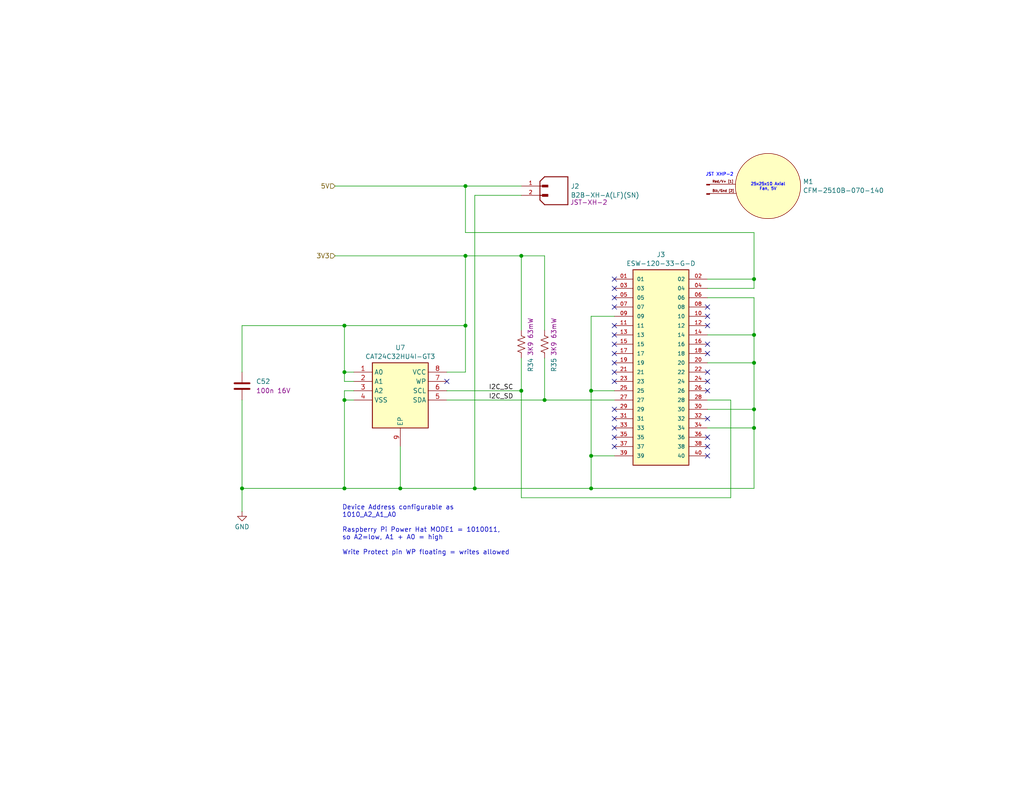
<source format=kicad_sch>
(kicad_sch
	(version 20250114)
	(generator "eeschema")
	(generator_version "9.0")
	(uuid "9ae7a94e-2dc0-47d4-aabd-83cc750c6688")
	(paper "USLetter")
	(title_block
		(title "1026 RPi Power Hat")
		(date "2025-05-18")
		(rev "1.0.0")
		(company "Dan Wilson")
		(comment 1 "Copyright © 2025 Dan Wilson")
		(comment 4 "Fan Header / Fan / GPIO / EEPROM")
	)
	(lib_symbols
		(symbol "DW_Connectors:[J] JST B2B-XH-A(LF)(SN)"
			(pin_names
				(offset 1.016)
				(hide yes)
			)
			(exclude_from_sim no)
			(in_bom yes)
			(on_board yes)
			(property "Reference" "J"
				(at 2.54 8.89 0)
				(effects
					(font
						(size 1.27 1.27)
					)
					(justify left bottom)
				)
			)
			(property "Value" "B2B-XH-A(LF)(SN)"
				(at -3.81 6.35 0)
				(effects
					(font
						(size 1.27 1.27)
					)
					(justify left bottom)
				)
			)
			(property "Footprint" "DW_Connectors:JST_B2B-XH-A(LF)(SN)"
				(at 0 -11.43 0)
				(effects
					(font
						(size 1.27 1.27)
					)
					(justify bottom)
					(hide yes)
				)
			)
			(property "Datasheet" "https://www.jst-mfg.com/product/pdf/eng/eXH.pdf"
				(at 0 -7.62 0)
				(effects
					(font
						(size 1.27 1.27)
					)
					(hide yes)
				)
			)
			(property "Description" "Connector Header Through Hole 2 position 0.098 (2.50mm)"
				(at 0 -13.97 0)
				(effects
					(font
						(size 1.27 1.27)
					)
					(justify bottom)
					(hide yes)
				)
			)
			(property "DigiKey_Part_Number" "455-B2B-XH-A-ND"
				(at 0 -19.05 0)
				(effects
					(font
						(size 1.27 1.27)
					)
					(justify bottom)
					(hide yes)
				)
			)
			(property "Height" "7 mm"
				(at 0 -16.51 0)
				(effects
					(font
						(size 1.27 1.27)
					)
					(justify bottom)
					(hide yes)
				)
			)
			(property "Mouser Part Number" ""
				(at 0 0 0)
				(effects
					(font
						(size 1.27 1.27)
					)
					(hide yes)
				)
			)
			(property "Manufacturer_Name" "JST"
				(at 0 -24.13 0)
				(effects
					(font
						(size 1.27 1.27)
					)
					(hide yes)
				)
			)
			(property "Manufacturer_Part_Number" "B2B-XH-A(LF)(SN)"
				(at 0 -21.59 0)
				(effects
					(font
						(size 1.27 1.27)
					)
					(hide yes)
				)
			)
			(property "ki_keywords" "JST XH B2B"
				(at 0 0 0)
				(effects
					(font
						(size 1.27 1.27)
					)
					(hide yes)
				)
			)
			(symbol "[J] JST B2B-XH-A(LF)(SN)_0_0"
				(polyline
					(pts
						(xy 0 3.81) (xy 0 2.54)
					)
					(stroke
						(width 0.254)
						(type default)
					)
					(fill
						(type none)
					)
				)
				(polyline
					(pts
						(xy 0 3.81) (xy 1.27 5.08)
					)
					(stroke
						(width 0.254)
						(type default)
					)
					(fill
						(type none)
					)
				)
				(polyline
					(pts
						(xy 0 2.54) (xy 0 -1.27)
					)
					(stroke
						(width 0.254)
						(type default)
					)
					(fill
						(type none)
					)
				)
				(polyline
					(pts
						(xy 0 2.54) (xy 1.905 2.54)
					)
					(stroke
						(width 0.254)
						(type default)
					)
					(fill
						(type none)
					)
				)
				(polyline
					(pts
						(xy 0 0) (xy 1.905 0)
					)
					(stroke
						(width 0.254)
						(type default)
					)
					(fill
						(type none)
					)
				)
				(polyline
					(pts
						(xy 0 -1.27) (xy 1.27 -2.54)
					)
					(stroke
						(width 0.254)
						(type default)
					)
					(fill
						(type none)
					)
				)
				(rectangle
					(start 0.635 2.2225)
					(end 2.2225 2.8575)
					(stroke
						(width 0.1)
						(type default)
					)
					(fill
						(type outline)
					)
				)
				(rectangle
					(start 0.635 -0.3175)
					(end 2.2225 0.3175)
					(stroke
						(width 0.1)
						(type default)
					)
					(fill
						(type outline)
					)
				)
				(polyline
					(pts
						(xy 1.27 -2.54) (xy 7.62 -2.54)
					)
					(stroke
						(width 0.254)
						(type default)
					)
					(fill
						(type none)
					)
				)
				(polyline
					(pts
						(xy 7.62 5.08) (xy 1.27 5.08)
					)
					(stroke
						(width 0.254)
						(type default)
					)
					(fill
						(type none)
					)
				)
				(polyline
					(pts
						(xy 7.62 -2.54) (xy 7.62 5.08)
					)
					(stroke
						(width 0.254)
						(type default)
					)
					(fill
						(type none)
					)
				)
				(pin passive line
					(at -5.08 2.54 0)
					(length 5.08)
					(name "1"
						(effects
							(font
								(size 1.016 1.016)
							)
						)
					)
					(number "1"
						(effects
							(font
								(size 1.016 1.016)
							)
						)
					)
				)
				(pin passive line
					(at -5.08 0 0)
					(length 5.08)
					(name "2"
						(effects
							(font
								(size 1.016 1.016)
							)
						)
					)
					(number "2"
						(effects
							(font
								(size 1.016 1.016)
							)
						)
					)
				)
			)
			(embedded_fonts no)
		)
		(symbol "DW_Connectors:[J] Samtec ESW-120-33-G-D"
			(pin_names
				(offset 1.016)
			)
			(exclude_from_sim no)
			(in_bom yes)
			(on_board yes)
			(property "Reference" "J"
				(at -1.27 31.75 0)
				(effects
					(font
						(size 1.27 1.27)
					)
					(justify left bottom)
				)
			)
			(property "Value" "ESW-120-33-G-D"
				(at -8.89 29.21 0)
				(effects
					(font
						(size 1.27 1.27)
					)
					(justify left bottom)
				)
			)
			(property "Footprint" "DW_Connectors:[J] Samtec Elevated Socket Strip ESW-120-33-G-D"
				(at 0 -49.53 0)
				(effects
					(font
						(size 1.27 1.27)
					)
					(justify bottom)
					(hide yes)
				)
			)
			(property "Datasheet" "https://www.mouser.com/datasheet/2/527/esw_th-2854089.pdf"
				(at 0 -30.48 0)
				(effects
					(font
						(size 1.27 1.27)
					)
					(hide yes)
				)
			)
			(property "Description" "Elevated Socket Strip 0.1in 20x2 16.13mmH Gold"
				(at 0 -33.02 0)
				(effects
					(font
						(size 1.27 1.27)
					)
					(hide yes)
				)
			)
			(property "Height" "16.13"
				(at 0 -40.64 0)
				(effects
					(font
						(size 1.27 1.27)
					)
					(hide yes)
				)
			)
			(property "Manufacturer_Name" "Samtec"
				(at 0 -45.72 0)
				(effects
					(font
						(size 1.27 1.27)
					)
					(hide yes)
				)
			)
			(property "Manufacturer_Part_Number" "ESW-120-33-G-D"
				(at 0 -38.1 0)
				(effects
					(font
						(size 1.27 1.27)
					)
					(hide yes)
				)
			)
			(property "Mouser Part Number" "200-ESW12033GD"
				(at 0 -35.56 0)
				(effects
					(font
						(size 1.27 1.27)
					)
					(hide yes)
				)
			)
			(property "Mouser Price/Stock" "https://www.mouser.com/ProductDetail/Samtec/ESW-120-33-G-D?qs=0lQeLiL1qybGjRGIrteP4Q%3D%3D"
				(at 0 -27.94 0)
				(effects
					(font
						(size 1.27 1.27)
					)
					(hide yes)
				)
			)
			(property "Spec" "20x2 0.1\" Header"
				(at 0 -43.18 0)
				(effects
					(font
						(size 1.27 1.27)
					)
					(hide yes)
				)
			)
			(property "ki_keywords" "Elevated Socket Strip 0.1in 20x2 16.13mmH Gold"
				(at 0 0 0)
				(effects
					(font
						(size 1.27 1.27)
					)
					(hide yes)
				)
			)
			(symbol "[J] Samtec ESW-120-33-G-D_0_0"
				(rectangle
					(start -7.62 -25.4)
					(end 7.62 27.94)
					(stroke
						(width 0.254)
						(type default)
					)
					(fill
						(type background)
					)
				)
				(pin passive line
					(at -12.7 25.4 0)
					(length 5.08)
					(name "01"
						(effects
							(font
								(size 1.016 1.016)
							)
						)
					)
					(number "01"
						(effects
							(font
								(size 1.016 1.016)
							)
						)
					)
				)
				(pin passive line
					(at -12.7 22.86 0)
					(length 5.08)
					(name "03"
						(effects
							(font
								(size 1.016 1.016)
							)
						)
					)
					(number "03"
						(effects
							(font
								(size 1.016 1.016)
							)
						)
					)
				)
				(pin passive line
					(at -12.7 20.32 0)
					(length 5.08)
					(name "05"
						(effects
							(font
								(size 1.016 1.016)
							)
						)
					)
					(number "05"
						(effects
							(font
								(size 1.016 1.016)
							)
						)
					)
				)
				(pin passive line
					(at -12.7 17.78 0)
					(length 5.08)
					(name "07"
						(effects
							(font
								(size 1.016 1.016)
							)
						)
					)
					(number "07"
						(effects
							(font
								(size 1.016 1.016)
							)
						)
					)
				)
				(pin passive line
					(at -12.7 15.24 0)
					(length 5.08)
					(name "09"
						(effects
							(font
								(size 1.016 1.016)
							)
						)
					)
					(number "09"
						(effects
							(font
								(size 1.016 1.016)
							)
						)
					)
				)
				(pin passive line
					(at -12.7 12.7 0)
					(length 5.08)
					(name "11"
						(effects
							(font
								(size 1.016 1.016)
							)
						)
					)
					(number "11"
						(effects
							(font
								(size 1.016 1.016)
							)
						)
					)
				)
				(pin passive line
					(at -12.7 10.16 0)
					(length 5.08)
					(name "13"
						(effects
							(font
								(size 1.016 1.016)
							)
						)
					)
					(number "13"
						(effects
							(font
								(size 1.016 1.016)
							)
						)
					)
				)
				(pin passive line
					(at -12.7 7.62 0)
					(length 5.08)
					(name "15"
						(effects
							(font
								(size 1.016 1.016)
							)
						)
					)
					(number "15"
						(effects
							(font
								(size 1.016 1.016)
							)
						)
					)
				)
				(pin passive line
					(at -12.7 5.08 0)
					(length 5.08)
					(name "17"
						(effects
							(font
								(size 1.016 1.016)
							)
						)
					)
					(number "17"
						(effects
							(font
								(size 1.016 1.016)
							)
						)
					)
				)
				(pin passive line
					(at -12.7 2.54 0)
					(length 5.08)
					(name "19"
						(effects
							(font
								(size 1.016 1.016)
							)
						)
					)
					(number "19"
						(effects
							(font
								(size 1.016 1.016)
							)
						)
					)
				)
				(pin passive line
					(at -12.7 0 0)
					(length 5.08)
					(name "21"
						(effects
							(font
								(size 1.016 1.016)
							)
						)
					)
					(number "21"
						(effects
							(font
								(size 1.016 1.016)
							)
						)
					)
				)
				(pin passive line
					(at -12.7 -2.54 0)
					(length 5.08)
					(name "23"
						(effects
							(font
								(size 1.016 1.016)
							)
						)
					)
					(number "23"
						(effects
							(font
								(size 1.016 1.016)
							)
						)
					)
				)
				(pin passive line
					(at -12.7 -5.08 0)
					(length 5.08)
					(name "25"
						(effects
							(font
								(size 1.016 1.016)
							)
						)
					)
					(number "25"
						(effects
							(font
								(size 1.016 1.016)
							)
						)
					)
				)
				(pin passive line
					(at -12.7 -7.62 0)
					(length 5.08)
					(name "27"
						(effects
							(font
								(size 1.016 1.016)
							)
						)
					)
					(number "27"
						(effects
							(font
								(size 1.016 1.016)
							)
						)
					)
				)
				(pin passive line
					(at -12.7 -10.16 0)
					(length 5.08)
					(name "29"
						(effects
							(font
								(size 1.016 1.016)
							)
						)
					)
					(number "29"
						(effects
							(font
								(size 1.016 1.016)
							)
						)
					)
				)
				(pin passive line
					(at -12.7 -12.7 0)
					(length 5.08)
					(name "31"
						(effects
							(font
								(size 1.016 1.016)
							)
						)
					)
					(number "31"
						(effects
							(font
								(size 1.016 1.016)
							)
						)
					)
				)
				(pin passive line
					(at -12.7 -15.24 0)
					(length 5.08)
					(name "33"
						(effects
							(font
								(size 1.016 1.016)
							)
						)
					)
					(number "33"
						(effects
							(font
								(size 1.016 1.016)
							)
						)
					)
				)
				(pin passive line
					(at -12.7 -17.78 0)
					(length 5.08)
					(name "35"
						(effects
							(font
								(size 1.016 1.016)
							)
						)
					)
					(number "35"
						(effects
							(font
								(size 1.016 1.016)
							)
						)
					)
				)
				(pin passive line
					(at -12.7 -20.32 0)
					(length 5.08)
					(name "37"
						(effects
							(font
								(size 1.016 1.016)
							)
						)
					)
					(number "37"
						(effects
							(font
								(size 1.016 1.016)
							)
						)
					)
				)
				(pin passive line
					(at -12.7 -22.86 0)
					(length 5.08)
					(name "39"
						(effects
							(font
								(size 1.016 1.016)
							)
						)
					)
					(number "39"
						(effects
							(font
								(size 1.016 1.016)
							)
						)
					)
				)
				(pin passive line
					(at 12.7 25.4 180)
					(length 5.08)
					(name "02"
						(effects
							(font
								(size 1.016 1.016)
							)
						)
					)
					(number "02"
						(effects
							(font
								(size 1.016 1.016)
							)
						)
					)
				)
				(pin passive line
					(at 12.7 22.86 180)
					(length 5.08)
					(name "04"
						(effects
							(font
								(size 1.016 1.016)
							)
						)
					)
					(number "04"
						(effects
							(font
								(size 1.016 1.016)
							)
						)
					)
				)
				(pin passive line
					(at 12.7 20.32 180)
					(length 5.08)
					(name "06"
						(effects
							(font
								(size 1.016 1.016)
							)
						)
					)
					(number "06"
						(effects
							(font
								(size 1.016 1.016)
							)
						)
					)
				)
				(pin passive line
					(at 12.7 17.78 180)
					(length 5.08)
					(name "08"
						(effects
							(font
								(size 1.016 1.016)
							)
						)
					)
					(number "08"
						(effects
							(font
								(size 1.016 1.016)
							)
						)
					)
				)
				(pin passive line
					(at 12.7 15.24 180)
					(length 5.08)
					(name "10"
						(effects
							(font
								(size 1.016 1.016)
							)
						)
					)
					(number "10"
						(effects
							(font
								(size 1.016 1.016)
							)
						)
					)
				)
				(pin passive line
					(at 12.7 12.7 180)
					(length 5.08)
					(name "12"
						(effects
							(font
								(size 1.016 1.016)
							)
						)
					)
					(number "12"
						(effects
							(font
								(size 1.016 1.016)
							)
						)
					)
				)
				(pin passive line
					(at 12.7 10.16 180)
					(length 5.08)
					(name "14"
						(effects
							(font
								(size 1.016 1.016)
							)
						)
					)
					(number "14"
						(effects
							(font
								(size 1.016 1.016)
							)
						)
					)
				)
				(pin passive line
					(at 12.7 7.62 180)
					(length 5.08)
					(name "16"
						(effects
							(font
								(size 1.016 1.016)
							)
						)
					)
					(number "16"
						(effects
							(font
								(size 1.016 1.016)
							)
						)
					)
				)
				(pin passive line
					(at 12.7 5.08 180)
					(length 5.08)
					(name "18"
						(effects
							(font
								(size 1.016 1.016)
							)
						)
					)
					(number "18"
						(effects
							(font
								(size 1.016 1.016)
							)
						)
					)
				)
				(pin passive line
					(at 12.7 2.54 180)
					(length 5.08)
					(name "20"
						(effects
							(font
								(size 1.016 1.016)
							)
						)
					)
					(number "20"
						(effects
							(font
								(size 1.016 1.016)
							)
						)
					)
				)
				(pin passive line
					(at 12.7 0 180)
					(length 5.08)
					(name "22"
						(effects
							(font
								(size 1.016 1.016)
							)
						)
					)
					(number "22"
						(effects
							(font
								(size 1.016 1.016)
							)
						)
					)
				)
				(pin passive line
					(at 12.7 -2.54 180)
					(length 5.08)
					(name "24"
						(effects
							(font
								(size 1.016 1.016)
							)
						)
					)
					(number "24"
						(effects
							(font
								(size 1.016 1.016)
							)
						)
					)
				)
				(pin passive line
					(at 12.7 -5.08 180)
					(length 5.08)
					(name "26"
						(effects
							(font
								(size 1.016 1.016)
							)
						)
					)
					(number "26"
						(effects
							(font
								(size 1.016 1.016)
							)
						)
					)
				)
				(pin passive line
					(at 12.7 -7.62 180)
					(length 5.08)
					(name "28"
						(effects
							(font
								(size 1.016 1.016)
							)
						)
					)
					(number "28"
						(effects
							(font
								(size 1.016 1.016)
							)
						)
					)
				)
				(pin passive line
					(at 12.7 -10.16 180)
					(length 5.08)
					(name "30"
						(effects
							(font
								(size 1.016 1.016)
							)
						)
					)
					(number "30"
						(effects
							(font
								(size 1.016 1.016)
							)
						)
					)
				)
				(pin passive line
					(at 12.7 -12.7 180)
					(length 5.08)
					(name "32"
						(effects
							(font
								(size 1.016 1.016)
							)
						)
					)
					(number "32"
						(effects
							(font
								(size 1.016 1.016)
							)
						)
					)
				)
				(pin passive line
					(at 12.7 -15.24 180)
					(length 5.08)
					(name "34"
						(effects
							(font
								(size 1.016 1.016)
							)
						)
					)
					(number "34"
						(effects
							(font
								(size 1.016 1.016)
							)
						)
					)
				)
				(pin passive line
					(at 12.7 -17.78 180)
					(length 5.08)
					(name "36"
						(effects
							(font
								(size 1.016 1.016)
							)
						)
					)
					(number "36"
						(effects
							(font
								(size 1.016 1.016)
							)
						)
					)
				)
				(pin passive line
					(at 12.7 -20.32 180)
					(length 5.08)
					(name "38"
						(effects
							(font
								(size 1.016 1.016)
							)
						)
					)
					(number "38"
						(effects
							(font
								(size 1.016 1.016)
							)
						)
					)
				)
				(pin passive line
					(at 12.7 -22.86 180)
					(length 5.08)
					(name "40"
						(effects
							(font
								(size 1.016 1.016)
							)
						)
					)
					(number "40"
						(effects
							(font
								(size 1.016 1.016)
							)
						)
					)
				)
			)
			(embedded_fonts no)
		)
		(symbol "DW_Mechanical:[Fan] SameSky CFM-2510B-070-140"
			(exclude_from_sim no)
			(in_bom yes)
			(on_board yes)
			(property "Reference" "M"
				(at 0 12.7 0)
				(effects
					(font
						(size 1.27 1.27)
					)
				)
			)
			(property "Value" "CFM-2510B-070-140"
				(at 0 10.16 0)
				(effects
					(font
						(size 1.27 1.27)
					)
				)
			)
			(property "Footprint" "DW_Mechanical:[Fan] SameSky CFM-2510B-070-140"
				(at 0 -29.21 0)
				(effects
					(font
						(size 1.27 1.27)
					)
					(hide yes)
				)
			)
			(property "Datasheet" "https://www.sameskydevices.com/product/resource/cfm-25b.pdf"
				(at 0 -11.43 0)
				(effects
					(font
						(size 1.27 1.27)
					)
					(hide yes)
				)
			)
			(property "Description" "DC Fans dc axial fan, 25 mm square, 10 mm, 5 Vdc, omniCOOL, 5000 RPM, 1.35 CFM"
				(at 0 -24.13 0)
				(effects
					(font
						(size 1.27 1.27)
					)
					(hide yes)
				)
			)
			(property "Height" "10"
				(at 0 -13.97 0)
				(effects
					(font
						(size 1.27 1.27)
					)
					(hide yes)
				)
			)
			(property "Manufacturer_Name" "Same Sky"
				(at 0 -16.51 0)
				(effects
					(font
						(size 1.27 1.27)
					)
					(hide yes)
				)
			)
			(property "Manufacturer_Part_Number" "CFM-2510B-070-140"
				(at 0 -26.67 0)
				(effects
					(font
						(size 1.27 1.27)
					)
					(hide yes)
				)
			)
			(property "Mouser Part Number" "490-CFM2510B-070-140"
				(at 0 -21.59 0)
				(effects
					(font
						(size 1.27 1.27)
					)
					(hide yes)
				)
			)
			(property "Mouser Price/Stock" "https://www.mouser.com/ProductDetail/Same-Sky/CFM-2510B-070-140?qs=GedFDFLaBXHD1VXBjs5CMA%3D%3D"
				(at 0 -19.05 0)
				(effects
					(font
						(size 1.27 1.27)
					)
					(hide yes)
				)
			)
			(property "ki_keywords" "DC Fans dc axial fan, 25 mm square, 7 mm, 5 Vdc, omniCOOL, 5000 RPM, 1.10 CFM"
				(at 0 0 0)
				(effects
					(font
						(size 1.27 1.27)
					)
					(hide yes)
				)
			)
			(symbol "[Fan] SameSky CFM-2510B-070-140_0_1"
				(polyline
					(pts
						(xy -16.002 0.508) (xy -8.89 0.508)
					)
					(stroke
						(width 0)
						(type default)
					)
					(fill
						(type none)
					)
				)
				(polyline
					(pts
						(xy -16.002 -2.032) (xy -8.636 -2.032)
					)
					(stroke
						(width 0)
						(type default)
					)
					(fill
						(type none)
					)
				)
			)
			(symbol "[Fan] SameSky CFM-2510B-070-140_1_1"
				(rectangle
					(start -16.764 0.508)
					(end -15.9004 0.254)
					(stroke
						(width 0.1524)
						(type default)
					)
					(fill
						(type outline)
					)
				)
				(rectangle
					(start -15.9004 -2.032)
					(end -16.764 -2.286)
					(stroke
						(width 0.1524)
						(type default)
					)
					(fill
						(type outline)
					)
				)
				(circle
					(center 0 0)
					(radius 8.89)
					(stroke
						(width 0)
						(type default)
					)
					(fill
						(type background)
					)
				)
				(text "Red/V+ [1]"
					(at -15.24 1.27 0)
					(effects
						(font
							(size 0.635 0.635)
						)
						(justify left)
					)
				)
				(text "Blk/Gnd [2]"
					(at -15.24 -1.27 0)
					(effects
						(font
							(size 0.635 0.635)
						)
						(justify left)
					)
				)
				(text "JST XHP-2"
					(at -13.208 3.302 0)
					(effects
						(font
							(size 0.889 0.889)
							(color 0 0 255 1)
						)
					)
				)
				(text "25x25x10 Axial\nFan, 5V"
					(at 0 0 0)
					(effects
						(font
							(size 0.8 0.8)
							(color 0 0 255 1)
						)
					)
				)
			)
			(embedded_fonts no)
		)
		(symbol "DW_Semiconductors:[U] OnSemi Serial EEPROM 4KB CAT24C32HU4I-GT3"
			(exclude_from_sim no)
			(in_bom yes)
			(on_board yes)
			(property "Reference" "U"
				(at 10.795 7.62 0)
				(effects
					(font
						(size 1.27 1.27)
					)
					(justify left top)
				)
			)
			(property "Value" "CAT24C32HU4I-GT3"
				(at 2.54 5.08 0)
				(effects
					(font
						(size 1.27 1.27)
					)
					(justify left top)
				)
			)
			(property "Footprint" "DW_Semiconductors:[U] OnSemi Serial EEPROM 4KB CAT24C32HU4I-GT3"
				(at 21.59 -94.92 0)
				(effects
					(font
						(size 1.27 1.27)
					)
					(justify left top)
					(hide yes)
				)
			)
			(property "Datasheet" "https://www.onsemi.com/download/data-sheet/pdf/cat24c32-d.pdf"
				(at 21.59 -194.92 0)
				(effects
					(font
						(size 1.27 1.27)
					)
					(justify left top)
					(hide yes)
				)
			)
			(property "Description" "Supports Standard, Fast and Fast-Plus I2C Protocol; 1.7 V to 5.5 V Supply Voltage Range; 32-Byte Page Write Buffer; Hardware Write Protection for entire memory; Schmitt Triggers and Noise Suppression Filters on IC Bus Inputs (SCL and SDA); Low power CMOS technology; 1,000,000 program/erase cycles; 100 year data retention; 8-lead SOIC and TSSOP, WLCSP 4 and 5-ball and 8-pad UDFN packages; Industrial temperature range; This Device is PbFree, Halogen Free/BFR Free, and RoHS Compliant"
				(at 12.7 -29.845 0)
				(effects
					(font
						(size 1.27 1.27)
					)
					(hide yes)
				)
			)
			(property "Height" "0.55"
				(at 21.59 -394.92 0)
				(effects
					(font
						(size 1.27 1.27)
					)
					(justify left top)
					(hide yes)
				)
			)
			(property "Mouser Part Number" "863-CAT24C32HU4I-GT3"
				(at 21.59 -494.92 0)
				(effects
					(font
						(size 1.27 1.27)
					)
					(justify left top)
					(hide yes)
				)
			)
			(property "Mouser Price/Stock" "https://www.mouser.com/ProductDetail/onsemi/CAT24C32HU4I-GT3?qs=2mdvTlUeTfA3f6AaECTBOg%3D%3D"
				(at 21.59 -594.92 0)
				(effects
					(font
						(size 1.27 1.27)
					)
					(justify left top)
					(hide yes)
				)
			)
			(property "Manufacturer_Name" "OnSemi"
				(at 21.59 -694.92 0)
				(effects
					(font
						(size 1.27 1.27)
					)
					(justify left top)
					(hide yes)
				)
			)
			(property "Manufacturer_Part_Number" "CAT24C32HU4I-GT3"
				(at 21.59 -794.92 0)
				(effects
					(font
						(size 1.27 1.27)
					)
					(justify left top)
					(hide yes)
				)
			)
			(property "Spec" ""
				(at 0 0 0)
				(effects
					(font
						(size 1.27 1.27)
					)
					(hide yes)
				)
			)
			(property "ki_keywords" "Supports Standard, Fast and Fast-Plus I2C Protocol; 1.7 V to 5.5 V Supply Voltage Range; 32-Byte Page Write Buffer; Hardware Write Protection for entire memory; Schmitt Triggers and Noise Suppression Filters on IC Bus Inputs (SCL and SDA); Low power CMOS technology; 1,000,000 program/erase cycles; 100 year data retention; 8-lead SOIC and TSSOP, WLCSP 4 and 5-ball and 8-pad UDFN packages; Industrial temperature range; This Device is PbFree, Halogen Free/BFR Free, and RoHS Compliant"
				(at 0 0 0)
				(effects
					(font
						(size 1.27 1.27)
					)
					(hide yes)
				)
			)
			(symbol "[U] OnSemi Serial EEPROM 4KB CAT24C32HU4I-GT3_1_1"
				(rectangle
					(start 5.08 2.54)
					(end 20.32 -15.24)
					(stroke
						(width 0.254)
						(type default)
					)
					(fill
						(type background)
					)
				)
				(pin passive line
					(at 0 0 0)
					(length 5.08)
					(name "A0"
						(effects
							(font
								(size 1.27 1.27)
							)
						)
					)
					(number "1"
						(effects
							(font
								(size 1.27 1.27)
							)
						)
					)
				)
				(pin passive line
					(at 0 -2.54 0)
					(length 5.08)
					(name "A1"
						(effects
							(font
								(size 1.27 1.27)
							)
						)
					)
					(number "2"
						(effects
							(font
								(size 1.27 1.27)
							)
						)
					)
				)
				(pin passive line
					(at 0 -5.08 0)
					(length 5.08)
					(name "A2"
						(effects
							(font
								(size 1.27 1.27)
							)
						)
					)
					(number "3"
						(effects
							(font
								(size 1.27 1.27)
							)
						)
					)
				)
				(pin passive line
					(at 0 -7.62 0)
					(length 5.08)
					(name "VSS"
						(effects
							(font
								(size 1.27 1.27)
							)
						)
					)
					(number "4"
						(effects
							(font
								(size 1.27 1.27)
							)
						)
					)
				)
				(pin passive line
					(at 12.7 -20.32 90)
					(length 5.08)
					(name "EP"
						(effects
							(font
								(size 1.27 1.27)
							)
						)
					)
					(number "9"
						(effects
							(font
								(size 1.27 1.27)
							)
						)
					)
				)
				(pin passive line
					(at 25.4 0 180)
					(length 5.08)
					(name "VCC"
						(effects
							(font
								(size 1.27 1.27)
							)
						)
					)
					(number "8"
						(effects
							(font
								(size 1.27 1.27)
							)
						)
					)
				)
				(pin passive line
					(at 25.4 -2.54 180)
					(length 5.08)
					(name "WP"
						(effects
							(font
								(size 1.27 1.27)
							)
						)
					)
					(number "7"
						(effects
							(font
								(size 1.27 1.27)
							)
						)
					)
				)
				(pin passive line
					(at 25.4 -5.08 180)
					(length 5.08)
					(name "SCL"
						(effects
							(font
								(size 1.27 1.27)
							)
						)
					)
					(number "6"
						(effects
							(font
								(size 1.27 1.27)
							)
						)
					)
				)
				(pin passive line
					(at 25.4 -7.62 180)
					(length 5.08)
					(name "SDA"
						(effects
							(font
								(size 1.27 1.27)
							)
						)
					)
					(number "5"
						(effects
							(font
								(size 1.27 1.27)
							)
						)
					)
				)
			)
			(embedded_fonts no)
		)
		(symbol "Device:C"
			(pin_numbers
				(hide yes)
			)
			(pin_names
				(offset 0.254)
			)
			(exclude_from_sim no)
			(in_bom yes)
			(on_board yes)
			(property "Reference" "C"
				(at 0.635 2.54 0)
				(effects
					(font
						(size 1.27 1.27)
					)
					(justify left)
				)
			)
			(property "Value" "C"
				(at 0.635 -2.54 0)
				(effects
					(font
						(size 1.27 1.27)
					)
					(justify left)
				)
			)
			(property "Footprint" ""
				(at 0.9652 -3.81 0)
				(effects
					(font
						(size 1.27 1.27)
					)
					(hide yes)
				)
			)
			(property "Datasheet" "~"
				(at 0 0 0)
				(effects
					(font
						(size 1.27 1.27)
					)
					(hide yes)
				)
			)
			(property "Description" "Unpolarized capacitor"
				(at 0 0 0)
				(effects
					(font
						(size 1.27 1.27)
					)
					(hide yes)
				)
			)
			(property "ki_keywords" "cap capacitor"
				(at 0 0 0)
				(effects
					(font
						(size 1.27 1.27)
					)
					(hide yes)
				)
			)
			(property "ki_fp_filters" "C_*"
				(at 0 0 0)
				(effects
					(font
						(size 1.27 1.27)
					)
					(hide yes)
				)
			)
			(symbol "C_0_1"
				(polyline
					(pts
						(xy -2.032 0.762) (xy 2.032 0.762)
					)
					(stroke
						(width 0.508)
						(type default)
					)
					(fill
						(type none)
					)
				)
				(polyline
					(pts
						(xy -2.032 -0.762) (xy 2.032 -0.762)
					)
					(stroke
						(width 0.508)
						(type default)
					)
					(fill
						(type none)
					)
				)
			)
			(symbol "C_1_1"
				(pin passive line
					(at 0 3.81 270)
					(length 2.794)
					(name "~"
						(effects
							(font
								(size 1.27 1.27)
							)
						)
					)
					(number "1"
						(effects
							(font
								(size 1.27 1.27)
							)
						)
					)
				)
				(pin passive line
					(at 0 -3.81 90)
					(length 2.794)
					(name "~"
						(effects
							(font
								(size 1.27 1.27)
							)
						)
					)
					(number "2"
						(effects
							(font
								(size 1.27 1.27)
							)
						)
					)
				)
			)
			(embedded_fonts no)
		)
		(symbol "Device:R_US"
			(pin_numbers
				(hide yes)
			)
			(pin_names
				(offset 0)
			)
			(exclude_from_sim no)
			(in_bom yes)
			(on_board yes)
			(property "Reference" "R"
				(at 2.54 0 90)
				(effects
					(font
						(size 1.27 1.27)
					)
				)
			)
			(property "Value" "R_US"
				(at -2.54 0 90)
				(effects
					(font
						(size 1.27 1.27)
					)
				)
			)
			(property "Footprint" ""
				(at 1.016 -0.254 90)
				(effects
					(font
						(size 1.27 1.27)
					)
					(hide yes)
				)
			)
			(property "Datasheet" "~"
				(at 0 0 0)
				(effects
					(font
						(size 1.27 1.27)
					)
					(hide yes)
				)
			)
			(property "Description" "Resistor, US symbol"
				(at 0 0 0)
				(effects
					(font
						(size 1.27 1.27)
					)
					(hide yes)
				)
			)
			(property "ki_keywords" "R res resistor"
				(at 0 0 0)
				(effects
					(font
						(size 1.27 1.27)
					)
					(hide yes)
				)
			)
			(property "ki_fp_filters" "R_*"
				(at 0 0 0)
				(effects
					(font
						(size 1.27 1.27)
					)
					(hide yes)
				)
			)
			(symbol "R_US_0_1"
				(polyline
					(pts
						(xy 0 2.286) (xy 0 2.54)
					)
					(stroke
						(width 0)
						(type default)
					)
					(fill
						(type none)
					)
				)
				(polyline
					(pts
						(xy 0 2.286) (xy 1.016 1.905) (xy 0 1.524) (xy -1.016 1.143) (xy 0 0.762)
					)
					(stroke
						(width 0)
						(type default)
					)
					(fill
						(type none)
					)
				)
				(polyline
					(pts
						(xy 0 0.762) (xy 1.016 0.381) (xy 0 0) (xy -1.016 -0.381) (xy 0 -0.762)
					)
					(stroke
						(width 0)
						(type default)
					)
					(fill
						(type none)
					)
				)
				(polyline
					(pts
						(xy 0 -0.762) (xy 1.016 -1.143) (xy 0 -1.524) (xy -1.016 -1.905) (xy 0 -2.286)
					)
					(stroke
						(width 0)
						(type default)
					)
					(fill
						(type none)
					)
				)
				(polyline
					(pts
						(xy 0 -2.286) (xy 0 -2.54)
					)
					(stroke
						(width 0)
						(type default)
					)
					(fill
						(type none)
					)
				)
			)
			(symbol "R_US_1_1"
				(pin passive line
					(at 0 3.81 270)
					(length 1.27)
					(name "~"
						(effects
							(font
								(size 1.27 1.27)
							)
						)
					)
					(number "1"
						(effects
							(font
								(size 1.27 1.27)
							)
						)
					)
				)
				(pin passive line
					(at 0 -3.81 90)
					(length 1.27)
					(name "~"
						(effects
							(font
								(size 1.27 1.27)
							)
						)
					)
					(number "2"
						(effects
							(font
								(size 1.27 1.27)
							)
						)
					)
				)
			)
			(embedded_fonts no)
		)
		(symbol "power:GND"
			(power)
			(pin_numbers
				(hide yes)
			)
			(pin_names
				(offset 0)
				(hide yes)
			)
			(exclude_from_sim no)
			(in_bom yes)
			(on_board yes)
			(property "Reference" "#PWR"
				(at 0 -6.35 0)
				(effects
					(font
						(size 1.27 1.27)
					)
					(hide yes)
				)
			)
			(property "Value" "GND"
				(at 0 -3.81 0)
				(effects
					(font
						(size 1.27 1.27)
					)
				)
			)
			(property "Footprint" ""
				(at 0 0 0)
				(effects
					(font
						(size 1.27 1.27)
					)
					(hide yes)
				)
			)
			(property "Datasheet" ""
				(at 0 0 0)
				(effects
					(font
						(size 1.27 1.27)
					)
					(hide yes)
				)
			)
			(property "Description" "Power symbol creates a global label with name \"GND\" , ground"
				(at 0 0 0)
				(effects
					(font
						(size 1.27 1.27)
					)
					(hide yes)
				)
			)
			(property "ki_keywords" "global power"
				(at 0 0 0)
				(effects
					(font
						(size 1.27 1.27)
					)
					(hide yes)
				)
			)
			(symbol "GND_0_1"
				(polyline
					(pts
						(xy 0 0) (xy 0 -1.27) (xy 1.27 -1.27) (xy 0 -2.54) (xy -1.27 -1.27) (xy 0 -1.27)
					)
					(stroke
						(width 0)
						(type default)
					)
					(fill
						(type none)
					)
				)
			)
			(symbol "GND_1_1"
				(pin power_in line
					(at 0 0 270)
					(length 0)
					(name "~"
						(effects
							(font
								(size 1.27 1.27)
							)
						)
					)
					(number "1"
						(effects
							(font
								(size 1.27 1.27)
							)
						)
					)
				)
			)
			(embedded_fonts no)
		)
	)
	(text "Device Address configurable as\n1010_A2_A1_A0\n\nRaspberry Pi Power Hat MODE1 = 1010011,\nso A2=low, A1 + A0 = high\n\nWrite Protect pin WP floating = writes allowed"
		(exclude_from_sim no)
		(at 93.345 144.78 0)
		(effects
			(font
				(size 1.27 1.27)
			)
			(justify left)
		)
		(uuid "6a693956-76c2-4e82-ab7c-5acd7ba34667")
	)
	(junction
		(at 127 88.9)
		(diameter 0)
		(color 0 0 0 0)
		(uuid "0cac941d-66bb-487c-8670-e20fa7fc5b8b")
	)
	(junction
		(at 93.98 88.9)
		(diameter 0)
		(color 0 0 0 0)
		(uuid "0ec824b3-19fc-4c21-9a4c-980de33f973f")
	)
	(junction
		(at 205.74 111.76)
		(diameter 0)
		(color 0 0 0 0)
		(uuid "13371b96-86a4-472c-9108-09a80fe30864")
	)
	(junction
		(at 161.29 124.46)
		(diameter 0)
		(color 0 0 0 0)
		(uuid "14a2c480-b0d6-4f9c-b404-477d047ba0fb")
	)
	(junction
		(at 66.04 133.35)
		(diameter 0)
		(color 0 0 0 0)
		(uuid "26797c31-e6d7-4d85-b5c9-0b4c4d36325e")
	)
	(junction
		(at 127 69.85)
		(diameter 0)
		(color 0 0 0 0)
		(uuid "267ef0b1-1708-48ac-9f03-4ce46133c6d0")
	)
	(junction
		(at 161.29 133.35)
		(diameter 0)
		(color 0 0 0 0)
		(uuid "2b33488f-af4b-4643-8d90-213d81543c94")
	)
	(junction
		(at 109.22 133.35)
		(diameter 0)
		(color 0 0 0 0)
		(uuid "3193ac8c-51b1-4652-a9a3-130a7033f475")
	)
	(junction
		(at 93.98 101.6)
		(diameter 0)
		(color 0 0 0 0)
		(uuid "413e6776-b35d-486a-800d-83d8749b6a9f")
	)
	(junction
		(at 148.59 109.22)
		(diameter 0)
		(color 0 0 0 0)
		(uuid "69969d21-6c9b-4d4d-b749-7be49e28ac19")
	)
	(junction
		(at 93.98 133.35)
		(diameter 0)
		(color 0 0 0 0)
		(uuid "6eb4c36c-4898-473f-a3f2-1d84006848b4")
	)
	(junction
		(at 142.24 106.68)
		(diameter 0)
		(color 0 0 0 0)
		(uuid "6f1f393b-2e06-49d7-a8a9-c162b7c545e5")
	)
	(junction
		(at 129.54 133.35)
		(diameter 0)
		(color 0 0 0 0)
		(uuid "805672ff-e7ef-4a5a-864e-7b3c3efc1312")
	)
	(junction
		(at 142.24 69.85)
		(diameter 0)
		(color 0 0 0 0)
		(uuid "a71fde42-0551-4c2c-8f78-de8ee0112fd1")
	)
	(junction
		(at 205.74 91.44)
		(diameter 0)
		(color 0 0 0 0)
		(uuid "d2076492-fada-415e-b5e4-8b1c59f1e96f")
	)
	(junction
		(at 127 50.8)
		(diameter 0)
		(color 0 0 0 0)
		(uuid "d54bbdaa-b189-459e-8902-381c5688d632")
	)
	(junction
		(at 205.74 76.2)
		(diameter 0)
		(color 0 0 0 0)
		(uuid "d7e494cc-3d4b-4718-bfd2-6bf584b84af9")
	)
	(junction
		(at 161.29 106.68)
		(diameter 0)
		(color 0 0 0 0)
		(uuid "d8484e06-f68b-4595-be1b-a297d4f50fbe")
	)
	(junction
		(at 205.74 116.84)
		(diameter 0)
		(color 0 0 0 0)
		(uuid "d94c3a04-d3be-4c36-ba93-6f14d09b137e")
	)
	(junction
		(at 205.74 99.06)
		(diameter 0)
		(color 0 0 0 0)
		(uuid "e15047bb-f8eb-4516-a45b-631e2bf2528c")
	)
	(junction
		(at 93.98 109.22)
		(diameter 0)
		(color 0 0 0 0)
		(uuid "ecfa6227-e724-4477-aab5-cc36a2a66501")
	)
	(no_connect
		(at 167.64 78.74)
		(uuid "0f76f6f9-88b3-4848-b303-222c962adc40")
	)
	(no_connect
		(at 193.04 83.82)
		(uuid "1e9f3b40-dbae-43ea-ac8f-656e1b20676e")
	)
	(no_connect
		(at 193.04 121.92)
		(uuid "2fdd1576-3dee-4f2f-ac2c-1568363e5108")
	)
	(no_connect
		(at 167.64 88.9)
		(uuid "32ac2b04-8873-4153-968f-6dea9c521025")
	)
	(no_connect
		(at 167.64 119.38)
		(uuid "340fd9b0-3e1a-47ba-b9df-235aa7c6ee23")
	)
	(no_connect
		(at 167.64 96.52)
		(uuid "36c5ddc6-8762-4f64-a256-cfd3f445f740")
	)
	(no_connect
		(at 193.04 119.38)
		(uuid "41513fb9-6214-4482-ba40-779b3c678f55")
	)
	(no_connect
		(at 193.04 86.36)
		(uuid "5a663b6d-f6e5-4efd-9133-a6886f33887b")
	)
	(no_connect
		(at 167.64 104.14)
		(uuid "5b770817-f1be-4cf9-9403-432180eacc7b")
	)
	(no_connect
		(at 193.04 96.52)
		(uuid "8438b187-f664-471a-b004-c55991faa8b0")
	)
	(no_connect
		(at 167.64 101.6)
		(uuid "86074482-9ced-43be-ad81-62623c25b227")
	)
	(no_connect
		(at 167.64 116.84)
		(uuid "925c579a-c5f1-46d9-a710-d4797a701142")
	)
	(no_connect
		(at 193.04 114.3)
		(uuid "992c3456-705f-414f-991f-577d04332f61")
	)
	(no_connect
		(at 193.04 101.6)
		(uuid "9f621517-19f0-4895-8d17-1d1214a729c0")
	)
	(no_connect
		(at 193.04 124.46)
		(uuid "a33681d9-2687-4cbb-a03f-5b884a631276")
	)
	(no_connect
		(at 193.04 88.9)
		(uuid "ad74261c-63f2-40fd-937f-c2225240eb60")
	)
	(no_connect
		(at 167.64 76.2)
		(uuid "b5f64a5a-3c1f-4bd0-a784-fc88da82ccbf")
	)
	(no_connect
		(at 167.64 81.28)
		(uuid "b7202e44-a7c1-4b87-94ac-4ded693b8471")
	)
	(no_connect
		(at 167.64 99.06)
		(uuid "bd09625b-0a18-43b8-892b-b7b6b0ad0542")
	)
	(no_connect
		(at 121.92 104.14)
		(uuid "c3d89554-8bf7-4179-9f50-0f9127f9c9ae")
	)
	(no_connect
		(at 193.04 93.98)
		(uuid "c3f2000f-e0c8-4526-b986-978bf29bdf43")
	)
	(no_connect
		(at 193.04 106.68)
		(uuid "cc714fd1-072c-4ceb-979e-51ba6b23514a")
	)
	(no_connect
		(at 167.64 111.76)
		(uuid "cf239f03-3f2f-48d5-86e5-89fcbd809bf0")
	)
	(no_connect
		(at 167.64 121.92)
		(uuid "d1c7d8ff-0d80-47cd-83d5-c23eef6c96fb")
	)
	(no_connect
		(at 167.64 114.3)
		(uuid "e1ab2c34-5b96-4dd5-9821-8eb77eeead5f")
	)
	(no_connect
		(at 167.64 93.98)
		(uuid "e600fe0e-f923-4ae2-9a2a-c627b92f925c")
	)
	(no_connect
		(at 167.64 91.44)
		(uuid "eb16c21d-5cde-4c74-8f55-bddc6e3b0cc8")
	)
	(no_connect
		(at 167.64 83.82)
		(uuid "fb7fabc0-0aeb-45aa-b3a0-2482082c33c7")
	)
	(no_connect
		(at 193.04 104.14)
		(uuid "fcecc852-b1e7-4cff-b56b-ff8c6aca2425")
	)
	(wire
		(pts
			(xy 148.59 69.85) (xy 148.59 90.17)
		)
		(stroke
			(width 0)
			(type default)
		)
		(uuid "029d65dd-9982-4a26-a422-032f4d85817d")
	)
	(wire
		(pts
			(xy 205.74 81.28) (xy 193.04 81.28)
		)
		(stroke
			(width 0)
			(type default)
		)
		(uuid "0f76b50d-6738-41b5-b3f4-913f56ffb335")
	)
	(wire
		(pts
			(xy 96.52 106.68) (xy 93.98 106.68)
		)
		(stroke
			(width 0)
			(type default)
		)
		(uuid "100e8d80-248a-4c3f-b406-29902551d042")
	)
	(wire
		(pts
			(xy 205.74 133.35) (xy 205.74 116.84)
		)
		(stroke
			(width 0)
			(type default)
		)
		(uuid "13f69399-5cca-4f26-b66d-955f8085dfff")
	)
	(wire
		(pts
			(xy 91.44 69.85) (xy 127 69.85)
		)
		(stroke
			(width 0)
			(type default)
		)
		(uuid "167474ed-00d1-44fb-a089-53849e4f48bc")
	)
	(wire
		(pts
			(xy 205.74 91.44) (xy 205.74 81.28)
		)
		(stroke
			(width 0)
			(type default)
		)
		(uuid "16eb1a82-a4fe-400a-a1d3-64b842c22eef")
	)
	(wire
		(pts
			(xy 161.29 86.36) (xy 161.29 106.68)
		)
		(stroke
			(width 0)
			(type default)
		)
		(uuid "1ca735a8-4466-49ba-a594-aaf770a52ed1")
	)
	(wire
		(pts
			(xy 148.59 97.79) (xy 148.59 109.22)
		)
		(stroke
			(width 0)
			(type default)
		)
		(uuid "1e411ed5-d0b4-4dde-ae05-0c91dc277e20")
	)
	(wire
		(pts
			(xy 127 69.85) (xy 127 88.9)
		)
		(stroke
			(width 0)
			(type default)
		)
		(uuid "1e8335ae-7b9e-4cbe-9366-b29d8bb491ae")
	)
	(wire
		(pts
			(xy 161.29 124.46) (xy 161.29 133.35)
		)
		(stroke
			(width 0)
			(type default)
		)
		(uuid "1f07610f-ce74-4d7b-8bf2-5fdceb2e0959")
	)
	(wire
		(pts
			(xy 161.29 106.68) (xy 167.64 106.68)
		)
		(stroke
			(width 0)
			(type default)
		)
		(uuid "20715d23-7d93-4e8f-bf16-fd49d2383b85")
	)
	(wire
		(pts
			(xy 93.98 88.9) (xy 93.98 101.6)
		)
		(stroke
			(width 0)
			(type default)
		)
		(uuid "2a819091-8145-4143-b08c-9af2f3bb2ad8")
	)
	(wire
		(pts
			(xy 148.59 109.22) (xy 167.64 109.22)
		)
		(stroke
			(width 0)
			(type default)
		)
		(uuid "2f6fed77-a850-4f05-bed4-0659738189dc")
	)
	(wire
		(pts
			(xy 142.24 69.85) (xy 142.24 90.17)
		)
		(stroke
			(width 0)
			(type default)
		)
		(uuid "302803fb-ee3e-45f5-90ef-bdb143aff632")
	)
	(wire
		(pts
			(xy 205.74 111.76) (xy 205.74 99.06)
		)
		(stroke
			(width 0)
			(type default)
		)
		(uuid "30af144c-f058-4305-9750-a0ba07d50c0f")
	)
	(wire
		(pts
			(xy 129.54 133.35) (xy 161.29 133.35)
		)
		(stroke
			(width 0)
			(type default)
		)
		(uuid "33e02629-bb5f-4884-9d93-0bcd7b40ed1d")
	)
	(wire
		(pts
			(xy 205.74 99.06) (xy 205.74 91.44)
		)
		(stroke
			(width 0)
			(type default)
		)
		(uuid "44a4e279-8dd3-4e3e-96ab-31a3ee9479d1")
	)
	(wire
		(pts
			(xy 109.22 133.35) (xy 93.98 133.35)
		)
		(stroke
			(width 0)
			(type default)
		)
		(uuid "495b6b41-7780-4eed-a891-445c84929c67")
	)
	(wire
		(pts
			(xy 93.98 101.6) (xy 93.98 104.14)
		)
		(stroke
			(width 0)
			(type default)
		)
		(uuid "4aa35e1c-7262-4ffb-8c59-23e3742d9f65")
	)
	(wire
		(pts
			(xy 161.29 124.46) (xy 167.64 124.46)
		)
		(stroke
			(width 0)
			(type default)
		)
		(uuid "4dd3febf-8d87-4a8d-8cdf-61374ea2185e")
	)
	(wire
		(pts
			(xy 205.74 78.74) (xy 193.04 78.74)
		)
		(stroke
			(width 0)
			(type default)
		)
		(uuid "50035727-bd95-43f5-b86b-a0780b45e87f")
	)
	(wire
		(pts
			(xy 127 101.6) (xy 121.92 101.6)
		)
		(stroke
			(width 0)
			(type default)
		)
		(uuid "50e813af-3fd5-47e5-ac83-a71bdb24faad")
	)
	(wire
		(pts
			(xy 127 50.8) (xy 142.24 50.8)
		)
		(stroke
			(width 0)
			(type default)
		)
		(uuid "5411c34d-2c2e-41f8-b590-e03b4b0d9447")
	)
	(wire
		(pts
			(xy 66.04 133.35) (xy 66.04 109.22)
		)
		(stroke
			(width 0)
			(type default)
		)
		(uuid "563562d8-0612-45f2-93e2-61e5dc8b2937")
	)
	(wire
		(pts
			(xy 127 50.8) (xy 127 63.5)
		)
		(stroke
			(width 0)
			(type default)
		)
		(uuid "59090ff4-5c54-48cb-9820-da7071e285de")
	)
	(wire
		(pts
			(xy 205.74 63.5) (xy 205.74 76.2)
		)
		(stroke
			(width 0)
			(type default)
		)
		(uuid "5e1208c5-aa5c-4036-90e3-08ddda72f7c8")
	)
	(wire
		(pts
			(xy 142.24 69.85) (xy 148.59 69.85)
		)
		(stroke
			(width 0)
			(type default)
		)
		(uuid "61750b54-b831-4ec9-96b8-98faf50014a3")
	)
	(wire
		(pts
			(xy 66.04 101.6) (xy 66.04 88.9)
		)
		(stroke
			(width 0)
			(type default)
		)
		(uuid "6b4cae65-cd97-4ff1-a029-a176ccef3f0e")
	)
	(wire
		(pts
			(xy 66.04 133.35) (xy 93.98 133.35)
		)
		(stroke
			(width 0)
			(type default)
		)
		(uuid "6c24d657-da04-4da4-8651-df660216f57f")
	)
	(wire
		(pts
			(xy 205.74 116.84) (xy 205.74 111.76)
		)
		(stroke
			(width 0)
			(type default)
		)
		(uuid "71696cf9-e21f-4266-92d1-eb33af6cdbe7")
	)
	(wire
		(pts
			(xy 127 63.5) (xy 205.74 63.5)
		)
		(stroke
			(width 0)
			(type default)
		)
		(uuid "75cc250f-4590-4de2-98d9-b34b30fb3ba2")
	)
	(wire
		(pts
			(xy 93.98 106.68) (xy 93.98 109.22)
		)
		(stroke
			(width 0)
			(type default)
		)
		(uuid "7792a799-5d8b-4cbc-b18c-56863a5c41c8")
	)
	(wire
		(pts
			(xy 142.24 97.79) (xy 142.24 106.68)
		)
		(stroke
			(width 0)
			(type default)
		)
		(uuid "7e39b109-409a-4d82-bbaf-74b4922fa10e")
	)
	(wire
		(pts
			(xy 193.04 109.22) (xy 199.39 109.22)
		)
		(stroke
			(width 0)
			(type default)
		)
		(uuid "7f35054c-9a62-49be-8ecb-31d587e2136b")
	)
	(wire
		(pts
			(xy 148.59 109.22) (xy 121.92 109.22)
		)
		(stroke
			(width 0)
			(type default)
		)
		(uuid "7f402ad6-6605-40f7-9471-e839a25d4b00")
	)
	(wire
		(pts
			(xy 205.74 76.2) (xy 205.74 78.74)
		)
		(stroke
			(width 0)
			(type default)
		)
		(uuid "85401b56-9f07-4c63-98e1-81f99da22d3f")
	)
	(wire
		(pts
			(xy 142.24 106.68) (xy 121.92 106.68)
		)
		(stroke
			(width 0)
			(type default)
		)
		(uuid "8eb91bf8-0da8-47ad-ba85-21e9cde8effb")
	)
	(wire
		(pts
			(xy 109.22 121.92) (xy 109.22 133.35)
		)
		(stroke
			(width 0)
			(type default)
		)
		(uuid "9cf3ad40-8044-45ec-a9a3-4b48d6ddf1d4")
	)
	(wire
		(pts
			(xy 193.04 99.06) (xy 205.74 99.06)
		)
		(stroke
			(width 0)
			(type default)
		)
		(uuid "a10bdcd8-84a4-4a1e-955b-ccfe4dc3de7a")
	)
	(wire
		(pts
			(xy 161.29 106.68) (xy 161.29 124.46)
		)
		(stroke
			(width 0)
			(type default)
		)
		(uuid "a3ace737-490c-4015-a34b-a5d31e1c3918")
	)
	(wire
		(pts
			(xy 205.74 76.2) (xy 193.04 76.2)
		)
		(stroke
			(width 0)
			(type default)
		)
		(uuid "adfd98d0-9b42-427f-a802-0fc9a78aa387")
	)
	(wire
		(pts
			(xy 127 69.85) (xy 142.24 69.85)
		)
		(stroke
			(width 0)
			(type default)
		)
		(uuid "afcfaeb2-4540-4197-9d5d-9327f97315c9")
	)
	(wire
		(pts
			(xy 193.04 116.84) (xy 205.74 116.84)
		)
		(stroke
			(width 0)
			(type default)
		)
		(uuid "b128f477-56bf-417e-bb94-8058d7f46198")
	)
	(wire
		(pts
			(xy 91.44 50.8) (xy 127 50.8)
		)
		(stroke
			(width 0)
			(type default)
		)
		(uuid "b154bb5b-2b7f-40a6-bde8-d96284e34de4")
	)
	(wire
		(pts
			(xy 109.22 133.35) (xy 129.54 133.35)
		)
		(stroke
			(width 0)
			(type default)
		)
		(uuid "b1a90c3d-81b4-482c-8cd7-3d0ffacc65b4")
	)
	(wire
		(pts
			(xy 193.04 111.76) (xy 205.74 111.76)
		)
		(stroke
			(width 0)
			(type default)
		)
		(uuid "b604ba05-f149-4871-9b22-a726670c750a")
	)
	(wire
		(pts
			(xy 129.54 53.34) (xy 142.24 53.34)
		)
		(stroke
			(width 0)
			(type default)
		)
		(uuid "b8c0ca8b-5bd6-41db-aca7-7a96140c21dc")
	)
	(wire
		(pts
			(xy 167.64 86.36) (xy 161.29 86.36)
		)
		(stroke
			(width 0)
			(type default)
		)
		(uuid "c640abdd-bdf2-411e-81e4-f73aac1469ce")
	)
	(wire
		(pts
			(xy 127 88.9) (xy 127 101.6)
		)
		(stroke
			(width 0)
			(type default)
		)
		(uuid "c6e20baa-04ba-4bef-a80d-6755aa54df70")
	)
	(wire
		(pts
			(xy 96.52 104.14) (xy 93.98 104.14)
		)
		(stroke
			(width 0)
			(type default)
		)
		(uuid "cb138ad5-98e2-4ee8-912b-81df4e650c84")
	)
	(wire
		(pts
			(xy 93.98 101.6) (xy 96.52 101.6)
		)
		(stroke
			(width 0)
			(type default)
		)
		(uuid "cf63effb-f88a-4eb9-9260-3d2eb88ab33d")
	)
	(wire
		(pts
			(xy 142.24 135.89) (xy 142.24 106.68)
		)
		(stroke
			(width 0)
			(type default)
		)
		(uuid "d6eea22e-044d-4e68-a72c-e2b21bb23870")
	)
	(wire
		(pts
			(xy 66.04 88.9) (xy 93.98 88.9)
		)
		(stroke
			(width 0)
			(type default)
		)
		(uuid "d97cc62e-d6ea-4a61-9c3d-dca8fef47fe5")
	)
	(wire
		(pts
			(xy 93.98 109.22) (xy 93.98 133.35)
		)
		(stroke
			(width 0)
			(type default)
		)
		(uuid "db2fa1c6-c34d-4395-a3e8-9ed235a9b8dd")
	)
	(wire
		(pts
			(xy 161.29 133.35) (xy 205.74 133.35)
		)
		(stroke
			(width 0)
			(type default)
		)
		(uuid "dc7e6bb1-6ce3-4992-ac81-a5bc97e59f8f")
	)
	(wire
		(pts
			(xy 66.04 139.7) (xy 66.04 133.35)
		)
		(stroke
			(width 0)
			(type default)
		)
		(uuid "e2553bfe-9a7f-4780-a17b-e2679f7a3bfb")
	)
	(wire
		(pts
			(xy 96.52 109.22) (xy 93.98 109.22)
		)
		(stroke
			(width 0)
			(type default)
		)
		(uuid "e2fa37c1-6e59-4348-a41d-fe965206e0a5")
	)
	(wire
		(pts
			(xy 193.04 91.44) (xy 205.74 91.44)
		)
		(stroke
			(width 0)
			(type default)
		)
		(uuid "eb02249d-9c3b-4bb4-b1d7-df3654999aff")
	)
	(wire
		(pts
			(xy 129.54 133.35) (xy 129.54 53.34)
		)
		(stroke
			(width 0)
			(type default)
		)
		(uuid "eb99be32-565f-412a-9c3a-044ea2873c9f")
	)
	(wire
		(pts
			(xy 93.98 88.9) (xy 127 88.9)
		)
		(stroke
			(width 0)
			(type default)
		)
		(uuid "ed39931a-de3d-48eb-9f62-088ade895606")
	)
	(wire
		(pts
			(xy 199.39 135.89) (xy 142.24 135.89)
		)
		(stroke
			(width 0)
			(type default)
		)
		(uuid "edf5acfe-bc59-4766-9b34-cc7bfe0646ee")
	)
	(wire
		(pts
			(xy 199.39 109.22) (xy 199.39 135.89)
		)
		(stroke
			(width 0)
			(type default)
		)
		(uuid "f1e116b8-9747-4fc6-956d-48f849619677")
	)
	(label "I2C_SC"
		(at 133.35 106.68 0)
		(effects
			(font
				(size 1.27 1.27)
			)
			(justify left bottom)
		)
		(uuid "5c102363-f2b4-4a20-8de8-cec6541d7925")
	)
	(label "I2C_SD"
		(at 133.35 109.22 0)
		(effects
			(font
				(size 1.27 1.27)
			)
			(justify left bottom)
		)
		(uuid "bfe5188c-54be-4b87-b698-b733f9e2fb8e")
	)
	(hierarchical_label "3V3"
		(shape input)
		(at 91.44 69.85 180)
		(effects
			(font
				(size 1.27 1.27)
			)
			(justify right)
		)
		(uuid "270c3aa2-578d-4743-b384-6b371ee53811")
	)
	(hierarchical_label "5V"
		(shape input)
		(at 91.44 50.8 180)
		(effects
			(font
				(size 1.27 1.27)
			)
			(justify right)
		)
		(uuid "3bbf102d-c726-4241-b70b-58155ab48f5c")
	)
	(symbol
		(lib_id "DW_Semiconductors:[U] OnSemi Serial EEPROM 4KB CAT24C32HU4I-GT3")
		(at 96.52 101.6 0)
		(unit 1)
		(exclude_from_sim no)
		(in_bom yes)
		(on_board yes)
		(dnp no)
		(fields_autoplaced yes)
		(uuid "336b909c-ce54-42c8-94c4-6cbd920bc9de")
		(property "Reference" "U7"
			(at 109.22 94.9155 0)
			(effects
				(font
					(size 1.27 1.27)
				)
			)
		)
		(property "Value" "CAT24C32HU4I-GT3"
			(at 109.22 97.3398 0)
			(effects
				(font
					(size 1.27 1.27)
				)
			)
		)
		(property "Footprint" "DW_Semiconductors:[U] OnSemi Serial EEPROM 4KB CAT24C32HU4I-GT3"
			(at 118.11 196.52 0)
			(effects
				(font
					(size 1.27 1.27)
				)
				(justify left top)
				(hide yes)
			)
		)
		(property "Datasheet" "https://www.onsemi.com/download/data-sheet/pdf/cat24c32-d.pdf"
			(at 118.11 296.52 0)
			(effects
				(font
					(size 1.27 1.27)
				)
				(justify left top)
				(hide yes)
			)
		)
		(property "Description" "Supports Standard, Fast and Fast-Plus I2C Protocol; 1.7 V to 5.5 V Supply Voltage Range; 32-Byte Page Write Buffer; Hardware Write Protection for entire memory; Schmitt Triggers and Noise Suppression Filters on IC Bus Inputs (SCL and SDA); Low power CMOS technology; 1,000,000 program/erase cycles; 100 year data retention; 8-lead SOIC and TSSOP, WLCSP 4 and 5-ball and 8-pad UDFN packages; Industrial temperature range; This Device is PbFree, Halogen Free/BFR Free, and RoHS Compliant"
			(at 109.22 131.445 0)
			(effects
				(font
					(size 1.27 1.27)
				)
				(hide yes)
			)
		)
		(property "Height" "0.55"
			(at 118.11 496.52 0)
			(effects
				(font
					(size 1.27 1.27)
				)
				(justify left top)
				(hide yes)
			)
		)
		(property "Mouser Part Number" "863-CAT24C32HU4I-GT3"
			(at 118.11 596.52 0)
			(effects
				(font
					(size 1.27 1.27)
				)
				(justify left top)
				(hide yes)
			)
		)
		(property "Mouser Price/Stock" "https://www.mouser.com/ProductDetail/onsemi/CAT24C32HU4I-GT3?qs=2mdvTlUeTfA3f6AaECTBOg%3D%3D"
			(at 118.11 696.52 0)
			(effects
				(font
					(size 1.27 1.27)
				)
				(justify left top)
				(hide yes)
			)
		)
		(property "Manufacturer_Name" "OnSemi"
			(at 118.11 796.52 0)
			(effects
				(font
					(size 1.27 1.27)
				)
				(justify left top)
				(hide yes)
			)
		)
		(property "Manufacturer_Part_Number" "CAT24C32HU4I-GT3"
			(at 118.11 896.52 0)
			(effects
				(font
					(size 1.27 1.27)
				)
				(justify left top)
				(hide yes)
			)
		)
		(property "Spec" "CAT24C32HU4I-GT3"
			(at 96.52 101.6 0)
			(effects
				(font
					(size 1.27 1.27)
				)
				(hide yes)
			)
		)
		(pin "2"
			(uuid "f9e1ee6f-6b52-4dfe-ad23-ff9ba1114bf0")
		)
		(pin "4"
			(uuid "299334c9-3bbe-4dc1-ab10-e77adc7e78d5")
		)
		(pin "9"
			(uuid "23b6cace-d183-4f75-92fd-dd457d565c3d")
		)
		(pin "7"
			(uuid "9351cd92-74a8-4c19-8f3e-fc7305d0695e")
		)
		(pin "1"
			(uuid "9795a9fc-d6aa-4c28-864b-1ae5fc232ce4")
		)
		(pin "6"
			(uuid "cdb9bc75-c526-4fc8-bda6-cb79d248a9ad")
		)
		(pin "8"
			(uuid "17185d1a-ee76-44c2-bec0-d490be6bd926")
		)
		(pin "3"
			(uuid "cd8a907f-c71c-4afc-adac-713506d287a8")
		)
		(pin "5"
			(uuid "41372034-2d6c-4b39-a2ae-7ef2efb61ea5")
		)
		(instances
			(project ""
				(path "/0e50632e-8a8b-4b7f-ac56-99c7667bb88a/893bcb5f-d865-40c4-9bde-e4b76bfa7ce4"
					(reference "U7")
					(unit 1)
				)
			)
		)
	)
	(symbol
		(lib_id "Device:R_US")
		(at 142.24 93.98 180)
		(unit 1)
		(exclude_from_sim no)
		(in_bom yes)
		(on_board yes)
		(dnp no)
		(uuid "5bd8a400-7391-470e-93e2-aad3a3e619e4")
		(property "Reference" "R34"
			(at 144.78 101.6 90)
			(effects
				(font
					(size 1.27 1.27)
				)
				(justify right)
			)
		)
		(property "Value" "3K9"
			(at 140.589 92.7679 0)
			(effects
				(font
					(size 1.27 1.27)
				)
				(justify left)
				(hide yes)
			)
		)
		(property "Footprint" "Resistor_SMD:R_0402_1005Metric"
			(at 141.224 93.726 90)
			(effects
				(font
					(size 1.27 1.27)
				)
				(hide yes)
			)
		)
		(property "Datasheet" "https://www.vishay.com/docs/28773/crcwce3.pdf"
			(at 142.24 93.98 0)
			(effects
				(font
					(size 1.27 1.27)
				)
				(hide yes)
			)
		)
		(property "Description" "I2C Pull Up Resistor"
			(at 142.24 93.98 0)
			(effects
				(font
					(size 1.27 1.27)
				)
				(hide yes)
			)
		)
		(property "Height" "0.35"
			(at 142.24 93.98 0)
			(effects
				(font
					(size 1.27 1.27)
				)
				(hide yes)
			)
		)
		(property "Manufacturer_Name" "Vishay"
			(at 142.24 93.98 0)
			(effects
				(font
					(size 1.27 1.27)
				)
				(hide yes)
			)
		)
		(property "Manufacturer_Part_Number" "CRCW04023K90FKED"
			(at 142.24 93.98 0)
			(effects
				(font
					(size 1.27 1.27)
				)
				(hide yes)
			)
		)
		(property "Mouser Part Number" "71-CRCW04023K90FKED"
			(at 142.24 93.98 0)
			(effects
				(font
					(size 1.27 1.27)
				)
				(hide yes)
			)
		)
		(property "Mouser Price/Stock" "https://www.mouser.com/ProductDetail/Vishay-Dale/CRCW04023K90FKED?qs=sGAEpiMZZMvdGkrng054txEw7b1YnvGuyo%252BK4jDpZoU%3D"
			(at 142.24 93.98 0)
			(effects
				(font
					(size 1.27 1.27)
				)
				(hide yes)
			)
		)
		(property "Spec" "3K9 63mW"
			(at 144.78 97.155 90)
			(effects
				(font
					(size 1.27 1.27)
				)
				(justify right)
			)
		)
		(pin "1"
			(uuid "024cba21-cae3-4307-b13b-945f9024ed2d")
		)
		(pin "2"
			(uuid "7a10c8a5-1b0e-43b5-bdda-e435eb7d2316")
		)
		(instances
			(project "1026 RPi Power Hat"
				(path "/0e50632e-8a8b-4b7f-ac56-99c7667bb88a/893bcb5f-d865-40c4-9bde-e4b76bfa7ce4"
					(reference "R34")
					(unit 1)
				)
			)
		)
	)
	(symbol
		(lib_id "Device:R_US")
		(at 148.59 93.98 180)
		(unit 1)
		(exclude_from_sim no)
		(in_bom yes)
		(on_board yes)
		(dnp no)
		(uuid "905320c9-5866-4f5b-bbfd-f71b71b2445d")
		(property "Reference" "R35"
			(at 151.13 101.6 90)
			(effects
				(font
					(size 1.27 1.27)
				)
				(justify right)
			)
		)
		(property "Value" "3K9"
			(at 146.939 92.7679 0)
			(effects
				(font
					(size 1.27 1.27)
				)
				(justify left)
				(hide yes)
			)
		)
		(property "Footprint" "Resistor_SMD:R_0402_1005Metric"
			(at 147.574 93.726 90)
			(effects
				(font
					(size 1.27 1.27)
				)
				(hide yes)
			)
		)
		(property "Datasheet" "https://www.vishay.com/docs/28773/crcwce3.pdf"
			(at 148.59 93.98 0)
			(effects
				(font
					(size 1.27 1.27)
				)
				(hide yes)
			)
		)
		(property "Description" "I2C Pull Up Resistor"
			(at 148.59 93.98 0)
			(effects
				(font
					(size 1.27 1.27)
				)
				(hide yes)
			)
		)
		(property "Height" "0.35"
			(at 148.59 93.98 0)
			(effects
				(font
					(size 1.27 1.27)
				)
				(hide yes)
			)
		)
		(property "Manufacturer_Name" "Vishay"
			(at 148.59 93.98 0)
			(effects
				(font
					(size 1.27 1.27)
				)
				(hide yes)
			)
		)
		(property "Manufacturer_Part_Number" "CRCW04023K90FKED"
			(at 148.59 93.98 0)
			(effects
				(font
					(size 1.27 1.27)
				)
				(hide yes)
			)
		)
		(property "Mouser Part Number" "71-CRCW04023K90FKED"
			(at 148.59 93.98 0)
			(effects
				(font
					(size 1.27 1.27)
				)
				(hide yes)
			)
		)
		(property "Mouser Price/Stock" "https://www.mouser.com/ProductDetail/Vishay-Dale/CRCW04023K90FKED?qs=sGAEpiMZZMvdGkrng054txEw7b1YnvGuyo%252BK4jDpZoU%3D"
			(at 148.59 93.98 0)
			(effects
				(font
					(size 1.27 1.27)
				)
				(hide yes)
			)
		)
		(property "Spec" "3K9 63mW"
			(at 151.13 97.155 90)
			(effects
				(font
					(size 1.27 1.27)
				)
				(justify right)
			)
		)
		(pin "1"
			(uuid "de5f8f1b-edbd-40e6-b81c-c5e913fe07b1")
		)
		(pin "2"
			(uuid "c163dcd5-d761-412a-80b4-d173410f968e")
		)
		(instances
			(project "1026 RPi Power Hat"
				(path "/0e50632e-8a8b-4b7f-ac56-99c7667bb88a/893bcb5f-d865-40c4-9bde-e4b76bfa7ce4"
					(reference "R35")
					(unit 1)
				)
			)
		)
	)
	(symbol
		(lib_id "DW_Connectors:[J] JST B2B-XH-A(LF)(SN)")
		(at 147.32 53.34 0)
		(unit 1)
		(exclude_from_sim no)
		(in_bom yes)
		(on_board yes)
		(dnp no)
		(uuid "aa5d53d2-199c-41f6-a034-f7566a461f29")
		(property "Reference" "J2"
			(at 155.702 50.8578 0)
			(effects
				(font
					(size 1.27 1.27)
				)
				(justify left)
			)
		)
		(property "Value" "B2B-XH-A(LF)(SN)"
			(at 155.702 53.2821 0)
			(effects
				(font
					(size 1.27 1.27)
				)
				(justify left)
			)
		)
		(property "Footprint" "DW_Connectors:JST_B2B-XH-A(LF)(SN)"
			(at 147.32 64.77 0)
			(effects
				(font
					(size 1.27 1.27)
				)
				(justify bottom)
				(hide yes)
			)
		)
		(property "Datasheet" "https://www.jst-mfg.com/product/pdf/eng/eXH.pdf"
			(at 147.32 60.96 0)
			(effects
				(font
					(size 1.27 1.27)
				)
				(hide yes)
			)
		)
		(property "Description" "Connector Header Through Hole 2 position 0.098 (2.50mm)"
			(at 147.32 67.31 0)
			(effects
				(font
					(size 1.27 1.27)
				)
				(justify bottom)
				(hide yes)
			)
		)
		(property "DigiKey_Part_Number" "455-B2B-XH-A-ND"
			(at 147.32 72.39 0)
			(effects
				(font
					(size 1.27 1.27)
				)
				(justify bottom)
				(hide yes)
			)
		)
		(property "Height" "7 mm"
			(at 147.32 69.85 0)
			(effects
				(font
					(size 1.27 1.27)
				)
				(justify bottom)
				(hide yes)
			)
		)
		(property "Mouser Part Number" "306-B2BXHALFSNP"
			(at 147.32 53.34 0)
			(effects
				(font
					(size 1.27 1.27)
				)
				(hide yes)
			)
		)
		(property "Manufacturer_Name" "JST"
			(at 147.32 77.47 0)
			(effects
				(font
					(size 1.27 1.27)
				)
				(hide yes)
			)
		)
		(property "Manufacturer_Part_Number" "B2B-XH-A(LF)(SN)"
			(at 147.32 74.93 0)
			(effects
				(font
					(size 1.27 1.27)
				)
				(hide yes)
			)
		)
		(property "Spec" "JST-XH-2"
			(at 160.655 55.245 0)
			(effects
				(font
					(size 1.27 1.27)
				)
			)
		)
		(property "Mouser Price/Stock" "https://www.mouser.com/ProductDetail/JST-Commercial/B2B-XH-ALFSN?qs=cdbOS8ANM9DdcSn9qRmfCw%3D%3D"
			(at 147.32 53.34 0)
			(effects
				(font
					(size 1.27 1.27)
				)
				(hide yes)
			)
		)
		(pin "1"
			(uuid "dffe48ca-33f2-4789-acdd-845a900980e3")
		)
		(pin "2"
			(uuid "68002ff0-e53f-4195-85c4-38959dcffa98")
		)
		(instances
			(project ""
				(path "/0e50632e-8a8b-4b7f-ac56-99c7667bb88a/893bcb5f-d865-40c4-9bde-e4b76bfa7ce4"
					(reference "J2")
					(unit 1)
				)
			)
		)
	)
	(symbol
		(lib_id "power:GND")
		(at 66.04 139.7 0)
		(unit 1)
		(exclude_from_sim no)
		(in_bom yes)
		(on_board yes)
		(dnp no)
		(fields_autoplaced yes)
		(uuid "bf8d3cbc-b980-47b4-addf-219bde9c5727")
		(property "Reference" "#PWR05"
			(at 66.04 146.05 0)
			(effects
				(font
					(size 1.27 1.27)
				)
				(hide yes)
			)
		)
		(property "Value" "GND"
			(at 66.04 143.8331 0)
			(effects
				(font
					(size 1.27 1.27)
				)
			)
		)
		(property "Footprint" ""
			(at 66.04 139.7 0)
			(effects
				(font
					(size 1.27 1.27)
				)
				(hide yes)
			)
		)
		(property "Datasheet" ""
			(at 66.04 139.7 0)
			(effects
				(font
					(size 1.27 1.27)
				)
				(hide yes)
			)
		)
		(property "Description" "Power symbol creates a global label with name \"GND\" , ground"
			(at 66.04 139.7 0)
			(effects
				(font
					(size 1.27 1.27)
				)
				(hide yes)
			)
		)
		(pin "1"
			(uuid "74d8080f-9976-417e-881a-84ea06efa1c7")
		)
		(instances
			(project ""
				(path "/0e50632e-8a8b-4b7f-ac56-99c7667bb88a/893bcb5f-d865-40c4-9bde-e4b76bfa7ce4"
					(reference "#PWR05")
					(unit 1)
				)
			)
		)
	)
	(symbol
		(lib_id "DW_Connectors:[J] Samtec ESW-120-33-G-D")
		(at 180.34 101.6 0)
		(unit 1)
		(exclude_from_sim no)
		(in_bom yes)
		(on_board yes)
		(dnp no)
		(fields_autoplaced yes)
		(uuid "bfe70dcd-8f2c-4505-a2dc-c6ebdd0dd81d")
		(property "Reference" "J3"
			(at 180.34 69.5155 0)
			(effects
				(font
					(size 1.27 1.27)
				)
			)
		)
		(property "Value" "ESW-120-33-G-D"
			(at 180.34 71.9398 0)
			(effects
				(font
					(size 1.27 1.27)
				)
			)
		)
		(property "Footprint" "DW_Connectors:[J] Samtec Elevated Socket Strip ESW-120-33-G-D"
			(at 180.34 151.13 0)
			(effects
				(font
					(size 1.27 1.27)
				)
				(justify bottom)
				(hide yes)
			)
		)
		(property "Datasheet" "https://www.mouser.com/datasheet/2/527/esw_th-2854089.pdf"
			(at 180.34 132.08 0)
			(effects
				(font
					(size 1.27 1.27)
				)
				(hide yes)
			)
		)
		(property "Description" "Elevated Socket Strip 0.1in 20x2 16.13mmH Gold"
			(at 180.34 134.62 0)
			(effects
				(font
					(size 1.27 1.27)
				)
				(hide yes)
			)
		)
		(property "Height" "16.13"
			(at 180.34 142.24 0)
			(effects
				(font
					(size 1.27 1.27)
				)
				(hide yes)
			)
		)
		(property "Manufacturer_Name" "Samtec"
			(at 180.34 147.32 0)
			(effects
				(font
					(size 1.27 1.27)
				)
				(hide yes)
			)
		)
		(property "Manufacturer_Part_Number" "ESW-120-33-G-D"
			(at 180.34 139.7 0)
			(effects
				(font
					(size 1.27 1.27)
				)
				(hide yes)
			)
		)
		(property "Mouser Part Number" "200-ESW12033GD"
			(at 180.34 137.16 0)
			(effects
				(font
					(size 1.27 1.27)
				)
				(hide yes)
			)
		)
		(property "Mouser Price/Stock" "https://www.mouser.com/ProductDetail/Samtec/ESW-120-33-G-D?qs=0lQeLiL1qybGjRGIrteP4Q%3D%3D"
			(at 180.34 129.54 0)
			(effects
				(font
					(size 1.27 1.27)
				)
				(hide yes)
			)
		)
		(property "Spec" "20x2 0.1\" Header"
			(at 180.34 144.78 0)
			(effects
				(font
					(size 1.27 1.27)
				)
				(hide yes)
			)
		)
		(pin "38"
			(uuid "db24d3cf-0050-47de-8545-d0b7d24664b6")
		)
		(pin "40"
			(uuid "3a5cbe41-ae78-473d-859c-eda548a028de")
		)
		(pin "36"
			(uuid "bf0543be-1f8d-4558-8d46-c4c842d5a699")
		)
		(pin "10"
			(uuid "2db59cfe-de8f-4a1e-9c01-6714a781c343")
		)
		(pin "25"
			(uuid "914260cf-b095-4769-a89c-5dc84f49365e")
		)
		(pin "22"
			(uuid "88225638-50d7-41db-ba6e-682b4c9c94af")
		)
		(pin "02"
			(uuid "030e137e-bcf0-4f2d-b7a7-959a51ec86df")
		)
		(pin "13"
			(uuid "1e76dea2-3cba-48ef-9ddd-6041d317a4c9")
		)
		(pin "21"
			(uuid "89104f98-b88e-4a2c-b23f-f7f7625ffdd0")
		)
		(pin "11"
			(uuid "c3ebb827-905e-4b58-aa65-b15b1a4514c4")
		)
		(pin "19"
			(uuid "ea8aaf87-9832-46dc-be58-3dbdf34c613c")
		)
		(pin "29"
			(uuid "89fdf8cb-b327-49df-80b3-895589afdca4")
		)
		(pin "05"
			(uuid "e84aff23-f693-442a-9218-d4a40344066a")
		)
		(pin "35"
			(uuid "381e49ee-527c-4002-9ae3-39dcbdb545ad")
		)
		(pin "39"
			(uuid "1aef6238-4aa9-437c-9827-739e01b0d5db")
		)
		(pin "03"
			(uuid "3533c936-9356-4017-8b4b-f301579cbdc6")
		)
		(pin "07"
			(uuid "26995b58-42fb-4a4d-8692-11efd9e4b751")
		)
		(pin "09"
			(uuid "a4761457-4024-4a56-909a-d8751183c72d")
		)
		(pin "15"
			(uuid "24df93f7-5fb6-4375-bf2c-64cec7e0f664")
		)
		(pin "01"
			(uuid "423c3a20-22c7-47b8-8186-7ab4d979d8fb")
		)
		(pin "31"
			(uuid "156cb778-1cb6-4998-b373-4f312971bac9")
		)
		(pin "23"
			(uuid "e7b14d14-60c1-4670-b6c8-e5c5ac57dbd4")
		)
		(pin "06"
			(uuid "3971c5c0-39bd-4ee5-888e-f1b9a68551e2")
		)
		(pin "17"
			(uuid "9314e7a7-c077-4354-878e-aa601d6d6b1d")
		)
		(pin "27"
			(uuid "686b21c3-84e9-4a66-a6c1-f4360295f769")
		)
		(pin "33"
			(uuid "4c85f032-84d5-43d8-b020-f010082877fa")
		)
		(pin "37"
			(uuid "f558f904-b8aa-417e-9fa3-c8a3422d458c")
		)
		(pin "04"
			(uuid "ef7c1dc0-2371-4bf0-a46e-03cbf443ec69")
		)
		(pin "08"
			(uuid "4cd703a0-46df-4687-8aff-1a49a8badbb8")
		)
		(pin "12"
			(uuid "865cbe9f-35f5-432b-9f40-099e384e431c")
		)
		(pin "14"
			(uuid "6665eeaa-7633-4f7e-9b8a-1435210ac854")
		)
		(pin "16"
			(uuid "90b6a7cc-0cef-4c54-b2a5-fc70f594abbe")
		)
		(pin "18"
			(uuid "f8a5926d-3d42-4249-83ce-2c4fc86bdc25")
		)
		(pin "20"
			(uuid "ed68fa04-8466-49a2-aa0a-159e13ba88a9")
		)
		(pin "26"
			(uuid "6a26a9db-a7ee-414c-8277-2c8c367c64c2")
		)
		(pin "24"
			(uuid "eb6e400f-16cb-402b-b3ea-54a32b6272f6")
		)
		(pin "28"
			(uuid "7827365b-f878-44a7-950f-440ed98c4a1a")
		)
		(pin "30"
			(uuid "67c201ee-6241-4603-af84-5228f2aae443")
		)
		(pin "32"
			(uuid "7b3f4b95-0959-4833-8227-8b5723f2ffc2")
		)
		(pin "34"
			(uuid "d5e6192d-6541-461f-b0c2-c7298820214c")
		)
		(instances
			(project ""
				(path "/0e50632e-8a8b-4b7f-ac56-99c7667bb88a/893bcb5f-d865-40c4-9bde-e4b76bfa7ce4"
					(reference "J3")
					(unit 1)
				)
			)
		)
	)
	(symbol
		(lib_id "Device:C")
		(at 66.04 105.41 180)
		(unit 1)
		(exclude_from_sim no)
		(in_bom yes)
		(on_board yes)
		(dnp no)
		(uuid "d28569da-a3b3-478b-a33c-054f7f275ed3")
		(property "Reference" "C52"
			(at 69.85 104.14 0)
			(effects
				(font
					(size 1.27 1.27)
				)
				(justify right)
			)
		)
		(property "Value" "GCM155R71C104KA55D"
			(at 63.119 104.1979 0)
			(effects
				(font
					(size 1.27 1.27)
				)
				(justify left)
				(hide yes)
			)
		)
		(property "Footprint" "Capacitor_SMD:C_0402_1005Metric"
			(at 65.0748 101.6 0)
			(effects
				(font
					(size 1.27 1.27)
				)
				(hide yes)
			)
		)
		(property "Datasheet" "https://www.mouser.com/datasheet/2/281/1/GCM155R71C104KA55_01A-3142292.pdf"
			(at 66.04 105.41 0)
			(effects
				(font
					(size 1.27 1.27)
				)
				(hide yes)
			)
		)
		(property "Description" "Cboot Capacitor"
			(at 66.04 105.41 0)
			(effects
				(font
					(size 1.27 1.27)
				)
				(hide yes)
			)
		)
		(property "Height" "0.55"
			(at 66.04 105.41 0)
			(effects
				(font
					(size 1.27 1.27)
				)
				(hide yes)
			)
		)
		(property "Manufacturer_Name" "Murata"
			(at 66.04 105.41 0)
			(effects
				(font
					(size 1.27 1.27)
				)
				(hide yes)
			)
		)
		(property "Manufacturer_Part_Number" "GCM155R71C104KA55D"
			(at 66.04 105.41 0)
			(effects
				(font
					(size 1.27 1.27)
				)
				(hide yes)
			)
		)
		(property "Mouser Part Number" "81-GCM155R71C104KA5D"
			(at 66.04 105.41 0)
			(effects
				(font
					(size 1.27 1.27)
				)
				(hide yes)
			)
		)
		(property "Mouser Price/Stock" "https://www.mouser.com/ProductDetail/Murata-Electronics/GCM155R71C104KA55D?qs=aEuGZpxfbxVTPYRtXT4ecg%3D%3D"
			(at 66.04 105.41 0)
			(effects
				(font
					(size 1.27 1.27)
				)
				(hide yes)
			)
		)
		(property "Spec" "100n 16V"
			(at 69.85 106.68 0)
			(effects
				(font
					(size 1.27 1.27)
				)
				(justify right)
			)
		)
		(pin "1"
			(uuid "14937037-c0e7-4134-a7ed-d62356339a3d")
		)
		(pin "2"
			(uuid "934b8fd6-aaad-4edf-bc06-3197dbb63442")
		)
		(instances
			(project "1026 RPi Power Hat"
				(path "/0e50632e-8a8b-4b7f-ac56-99c7667bb88a/893bcb5f-d865-40c4-9bde-e4b76bfa7ce4"
					(reference "C52")
					(unit 1)
				)
			)
		)
	)
	(symbol
		(lib_id "DW_Mechanical:[Fan] SameSky CFM-2510B-070-140")
		(at 209.55 50.8 0)
		(unit 1)
		(exclude_from_sim no)
		(in_bom yes)
		(on_board yes)
		(dnp no)
		(fields_autoplaced yes)
		(uuid "d95741aa-8b69-4850-b02b-678d5b317859")
		(property "Reference" "M1"
			(at 219.0749 49.5878 0)
			(effects
				(font
					(size 1.27 1.27)
				)
				(justify left)
			)
		)
		(property "Value" "CFM-2510B-070-140"
			(at 219.0749 52.0121 0)
			(effects
				(font
					(size 1.27 1.27)
				)
				(justify left)
			)
		)
		(property "Footprint" "DW_Mechanical:[Fan] SameSky CFM-2510B-070-140"
			(at 209.55 80.01 0)
			(effects
				(font
					(size 1.27 1.27)
				)
				(hide yes)
			)
		)
		(property "Datasheet" "https://www.sameskydevices.com/product/resource/cfm-25b.pdf"
			(at 209.55 62.23 0)
			(effects
				(font
					(size 1.27 1.27)
				)
				(hide yes)
			)
		)
		(property "Description" "DC Fans dc axial fan, 25 mm square, 10 mm, 5 Vdc, omniCOOL, 5000 RPM, 1.35 CFM"
			(at 209.55 74.93 0)
			(effects
				(font
					(size 1.27 1.27)
				)
				(hide yes)
			)
		)
		(property "Height" "10"
			(at 209.55 64.77 0)
			(effects
				(font
					(size 1.27 1.27)
				)
				(hide yes)
			)
		)
		(property "Manufacturer_Name" "Same Sky"
			(at 209.55 67.31 0)
			(effects
				(font
					(size 1.27 1.27)
				)
				(hide yes)
			)
		)
		(property "Manufacturer_Part_Number" "CFM-2510B-070-140"
			(at 209.55 77.47 0)
			(effects
				(font
					(size 1.27 1.27)
				)
				(hide yes)
			)
		)
		(property "Mouser Part Number" "490-CFM2510B-070-140"
			(at 209.55 72.39 0)
			(effects
				(font
					(size 1.27 1.27)
				)
				(hide yes)
			)
		)
		(property "Mouser Price/Stock" "https://www.mouser.com/ProductDetail/Same-Sky/CFM-2510B-070-140?qs=GedFDFLaBXHD1VXBjs5CMA%3D%3D"
			(at 209.55 69.85 0)
			(effects
				(font
					(size 1.27 1.27)
				)
				(hide yes)
			)
		)
		(property "Spec" "5V 7000RPM 25mm"
			(at 209.55 50.8 0)
			(effects
				(font
					(size 1.27 1.27)
				)
				(hide yes)
			)
		)
		(instances
			(project ""
				(path "/0e50632e-8a8b-4b7f-ac56-99c7667bb88a/893bcb5f-d865-40c4-9bde-e4b76bfa7ce4"
					(reference "M1")
					(unit 1)
				)
			)
		)
	)
)

</source>
